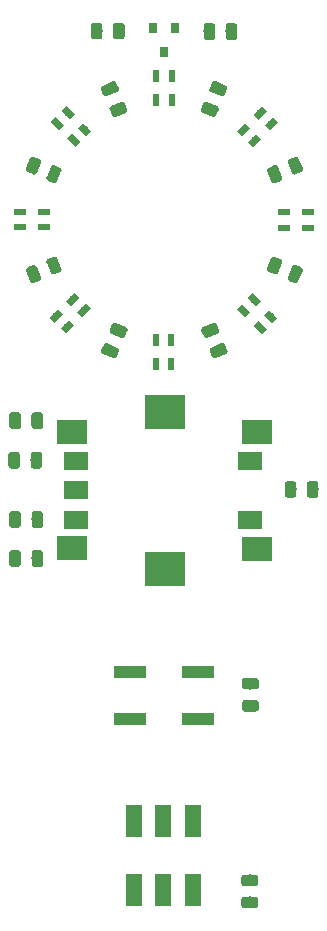
<source format=gbr>
G04 #@! TF.GenerationSoftware,KiCad,Pcbnew,(5.1.0-0)*
G04 #@! TF.CreationDate,2020-01-22T16:50:41+01:00*
G04 #@! TF.ProjectId,pino_brd_v01,70696e6f-5f62-4726-945f-7630312e6b69,rev?*
G04 #@! TF.SameCoordinates,Original*
G04 #@! TF.FileFunction,Paste,Top*
G04 #@! TF.FilePolarity,Positive*
%FSLAX46Y46*%
G04 Gerber Fmt 4.6, Leading zero omitted, Abs format (unit mm)*
G04 Created by KiCad (PCBNEW (5.1.0-0)) date 2020-01-22 16:50:41*
%MOMM*%
%LPD*%
G04 APERTURE LIST*
%ADD10C,0.600000*%
%ADD11C,0.100000*%
%ADD12R,1.000000X0.600000*%
%ADD13R,0.600000X1.000000*%
%ADD14R,1.400000X2.700000*%
%ADD15C,0.975000*%
%ADD16R,2.750000X1.000000*%
%ADD17R,2.000000X1.600000*%
%ADD18R,3.500000X3.000000*%
%ADD19R,2.500000X2.000000*%
%ADD20R,0.800000X0.900000*%
G04 APERTURE END LIST*
D10*
X23086015Y72294430D03*
D11*
G36*
X22944594Y71728745D02*
G01*
X22520330Y72153009D01*
X23227436Y72860115D01*
X23651700Y72435851D01*
X22944594Y71728745D01*
X22944594Y71728745D01*
G37*
D10*
X22166776Y73213669D03*
D11*
G36*
X22025355Y72647984D02*
G01*
X21601091Y73072248D01*
X22308197Y73779354D01*
X22732461Y73355090D01*
X22025355Y72647984D01*
X22025355Y72647984D01*
G37*
D10*
X21671802Y70880217D03*
D11*
G36*
X21530381Y70314532D02*
G01*
X21106117Y70738796D01*
X21813223Y71445902D01*
X22237487Y71021638D01*
X21530381Y70314532D01*
X21530381Y70314532D01*
G37*
D10*
X20752563Y71799456D03*
D11*
G36*
X20611142Y71233771D02*
G01*
X20186878Y71658035D01*
X20893984Y72365141D01*
X21318248Y71940877D01*
X20611142Y71233771D01*
X20611142Y71233771D01*
G37*
D12*
X26176387Y63482759D03*
X26176387Y64782759D03*
X24176387Y63482759D03*
X24176387Y64782759D03*
D10*
X22130817Y55066744D03*
D11*
G36*
X21565132Y55208165D02*
G01*
X21989396Y55632429D01*
X22696502Y54925323D01*
X22272238Y54501059D01*
X21565132Y55208165D01*
X21565132Y55208165D01*
G37*
D10*
X23050056Y55985983D03*
D11*
G36*
X22484371Y56127404D02*
G01*
X22908635Y56551668D01*
X23615741Y55844562D01*
X23191477Y55420298D01*
X22484371Y56127404D01*
X22484371Y56127404D01*
G37*
D10*
X20716604Y56480957D03*
D11*
G36*
X20150919Y56622378D02*
G01*
X20575183Y57046642D01*
X21282289Y56339536D01*
X20858025Y55915272D01*
X20150919Y56622378D01*
X20150919Y56622378D01*
G37*
D10*
X21635843Y57400196D03*
D11*
G36*
X21070158Y57541617D02*
G01*
X21494422Y57965881D01*
X22201528Y57258775D01*
X21777264Y56834511D01*
X21070158Y57541617D01*
X21070158Y57541617D01*
G37*
D13*
X13319146Y51976372D03*
X14619146Y51976372D03*
X13319146Y53976372D03*
X14619146Y53976372D03*
D10*
X4903131Y56021942D03*
D11*
G36*
X5044552Y56587627D02*
G01*
X5468816Y56163363D01*
X4761710Y55456257D01*
X4337446Y55880521D01*
X5044552Y56587627D01*
X5044552Y56587627D01*
G37*
D10*
X5822370Y55102703D03*
D11*
G36*
X5963791Y55668388D02*
G01*
X6388055Y55244124D01*
X5680949Y54537018D01*
X5256685Y54961282D01*
X5963791Y55668388D01*
X5963791Y55668388D01*
G37*
D10*
X6317344Y57436155D03*
D11*
G36*
X6458765Y58001840D02*
G01*
X6883029Y57577576D01*
X6175923Y56870470D01*
X5751659Y57294734D01*
X6458765Y58001840D01*
X6458765Y58001840D01*
G37*
D10*
X7236583Y56516916D03*
D11*
G36*
X7378004Y57082601D02*
G01*
X7802268Y56658337D01*
X7095162Y55951231D01*
X6670898Y56375495D01*
X7378004Y57082601D01*
X7378004Y57082601D01*
G37*
D12*
X1812759Y64833613D03*
X1812759Y63533613D03*
X3812759Y64833613D03*
X3812759Y63533613D03*
D14*
X11449680Y13221880D03*
X13949680Y13221880D03*
X16449680Y13221880D03*
X16449680Y7421880D03*
X13949680Y7421880D03*
X11449680Y7421880D03*
D11*
G36*
X17586159Y74155057D02*
G01*
X17609820Y74151547D01*
X17633024Y74145735D01*
X17655546Y74137677D01*
X18498586Y73788478D01*
X18520210Y73778250D01*
X18540727Y73765953D01*
X18559940Y73751703D01*
X18577664Y73735639D01*
X18593728Y73717915D01*
X18607978Y73698702D01*
X18620275Y73678185D01*
X18630503Y73656561D01*
X18638561Y73634039D01*
X18644373Y73610835D01*
X18647883Y73587174D01*
X18649057Y73563282D01*
X18647883Y73539390D01*
X18644373Y73515729D01*
X18638561Y73492525D01*
X18630503Y73470003D01*
X18443945Y73019612D01*
X18433717Y72997988D01*
X18421420Y72977471D01*
X18407170Y72958258D01*
X18391106Y72940534D01*
X18373382Y72924470D01*
X18354169Y72910220D01*
X18333652Y72897923D01*
X18312028Y72887695D01*
X18289506Y72879637D01*
X18266302Y72873825D01*
X18242641Y72870315D01*
X18218749Y72869141D01*
X18194857Y72870315D01*
X18171196Y72873825D01*
X18147992Y72879637D01*
X18125470Y72887695D01*
X17282430Y73236894D01*
X17260806Y73247122D01*
X17240289Y73259419D01*
X17221076Y73273669D01*
X17203352Y73289733D01*
X17187288Y73307457D01*
X17173038Y73326670D01*
X17160741Y73347187D01*
X17150513Y73368811D01*
X17142455Y73391333D01*
X17136643Y73414537D01*
X17133133Y73438198D01*
X17131959Y73462090D01*
X17133133Y73485982D01*
X17136643Y73509643D01*
X17142455Y73532847D01*
X17150513Y73555369D01*
X17337071Y74005760D01*
X17347299Y74027384D01*
X17359596Y74047901D01*
X17373846Y74067114D01*
X17389910Y74084838D01*
X17407634Y74100902D01*
X17426847Y74115152D01*
X17447364Y74127449D01*
X17468988Y74137677D01*
X17491510Y74145735D01*
X17514714Y74151547D01*
X17538375Y74155057D01*
X17562267Y74156231D01*
X17586159Y74155057D01*
X17586159Y74155057D01*
G37*
D15*
X17890508Y73512686D03*
D11*
G36*
X18303691Y75887331D02*
G01*
X18327352Y75883821D01*
X18350556Y75878009D01*
X18373078Y75869951D01*
X19216118Y75520752D01*
X19237742Y75510524D01*
X19258259Y75498227D01*
X19277472Y75483977D01*
X19295196Y75467913D01*
X19311260Y75450189D01*
X19325510Y75430976D01*
X19337807Y75410459D01*
X19348035Y75388835D01*
X19356093Y75366313D01*
X19361905Y75343109D01*
X19365415Y75319448D01*
X19366589Y75295556D01*
X19365415Y75271664D01*
X19361905Y75248003D01*
X19356093Y75224799D01*
X19348035Y75202277D01*
X19161477Y74751886D01*
X19151249Y74730262D01*
X19138952Y74709745D01*
X19124702Y74690532D01*
X19108638Y74672808D01*
X19090914Y74656744D01*
X19071701Y74642494D01*
X19051184Y74630197D01*
X19029560Y74619969D01*
X19007038Y74611911D01*
X18983834Y74606099D01*
X18960173Y74602589D01*
X18936281Y74601415D01*
X18912389Y74602589D01*
X18888728Y74606099D01*
X18865524Y74611911D01*
X18843002Y74619969D01*
X17999962Y74969168D01*
X17978338Y74979396D01*
X17957821Y74991693D01*
X17938608Y75005943D01*
X17920884Y75022007D01*
X17904820Y75039731D01*
X17890570Y75058944D01*
X17878273Y75079461D01*
X17868045Y75101085D01*
X17859987Y75123607D01*
X17854175Y75146811D01*
X17850665Y75170472D01*
X17849491Y75194364D01*
X17850665Y75218256D01*
X17854175Y75241917D01*
X17859987Y75265121D01*
X17868045Y75287643D01*
X18054603Y75738034D01*
X18064831Y75759658D01*
X18077128Y75780175D01*
X18091378Y75799388D01*
X18107442Y75817112D01*
X18125166Y75833176D01*
X18144379Y75847426D01*
X18164896Y75859723D01*
X18186520Y75869951D01*
X18209042Y75878009D01*
X18232246Y75883821D01*
X18255907Y75887331D01*
X18279799Y75888505D01*
X18303691Y75887331D01*
X18303691Y75887331D01*
G37*
D15*
X18608040Y75244960D03*
D11*
G36*
X23457728Y68788735D02*
G01*
X23481389Y68785225D01*
X23504593Y68779413D01*
X23527115Y68771355D01*
X23548739Y68761127D01*
X23569256Y68748830D01*
X23588469Y68734580D01*
X23606193Y68718516D01*
X23622257Y68700792D01*
X23636507Y68681579D01*
X23648804Y68661062D01*
X23659032Y68639438D01*
X24008231Y67796398D01*
X24016289Y67773876D01*
X24022101Y67750672D01*
X24025611Y67727011D01*
X24026785Y67703119D01*
X24025611Y67679227D01*
X24022101Y67655566D01*
X24016289Y67632362D01*
X24008231Y67609840D01*
X23998003Y67588216D01*
X23985706Y67567699D01*
X23971456Y67548486D01*
X23955392Y67530762D01*
X23937668Y67514698D01*
X23918455Y67500448D01*
X23897938Y67488151D01*
X23876314Y67477923D01*
X23425923Y67291365D01*
X23403401Y67283307D01*
X23380197Y67277495D01*
X23356536Y67273985D01*
X23332644Y67272811D01*
X23308752Y67273985D01*
X23285091Y67277495D01*
X23261887Y67283307D01*
X23239365Y67291365D01*
X23217741Y67301593D01*
X23197224Y67313890D01*
X23178011Y67328140D01*
X23160287Y67344204D01*
X23144223Y67361928D01*
X23129973Y67381141D01*
X23117676Y67401658D01*
X23107448Y67423282D01*
X22758249Y68266322D01*
X22750191Y68288844D01*
X22744379Y68312048D01*
X22740869Y68335709D01*
X22739695Y68359601D01*
X22740869Y68383493D01*
X22744379Y68407154D01*
X22750191Y68430358D01*
X22758249Y68452880D01*
X22768477Y68474504D01*
X22780774Y68495021D01*
X22795024Y68514234D01*
X22811088Y68531958D01*
X22828812Y68548022D01*
X22848025Y68562272D01*
X22868542Y68574569D01*
X22890166Y68584797D01*
X23340557Y68771355D01*
X23363079Y68779413D01*
X23386283Y68785225D01*
X23409944Y68788735D01*
X23433836Y68789909D01*
X23457728Y68788735D01*
X23457728Y68788735D01*
G37*
D15*
X23383240Y68031360D03*
D11*
G36*
X25190002Y69506267D02*
G01*
X25213663Y69502757D01*
X25236867Y69496945D01*
X25259389Y69488887D01*
X25281013Y69478659D01*
X25301530Y69466362D01*
X25320743Y69452112D01*
X25338467Y69436048D01*
X25354531Y69418324D01*
X25368781Y69399111D01*
X25381078Y69378594D01*
X25391306Y69356970D01*
X25740505Y68513930D01*
X25748563Y68491408D01*
X25754375Y68468204D01*
X25757885Y68444543D01*
X25759059Y68420651D01*
X25757885Y68396759D01*
X25754375Y68373098D01*
X25748563Y68349894D01*
X25740505Y68327372D01*
X25730277Y68305748D01*
X25717980Y68285231D01*
X25703730Y68266018D01*
X25687666Y68248294D01*
X25669942Y68232230D01*
X25650729Y68217980D01*
X25630212Y68205683D01*
X25608588Y68195455D01*
X25158197Y68008897D01*
X25135675Y68000839D01*
X25112471Y67995027D01*
X25088810Y67991517D01*
X25064918Y67990343D01*
X25041026Y67991517D01*
X25017365Y67995027D01*
X24994161Y68000839D01*
X24971639Y68008897D01*
X24950015Y68019125D01*
X24929498Y68031422D01*
X24910285Y68045672D01*
X24892561Y68061736D01*
X24876497Y68079460D01*
X24862247Y68098673D01*
X24849950Y68119190D01*
X24839722Y68140814D01*
X24490523Y68983854D01*
X24482465Y69006376D01*
X24476653Y69029580D01*
X24473143Y69053241D01*
X24471969Y69077133D01*
X24473143Y69101025D01*
X24476653Y69124686D01*
X24482465Y69147890D01*
X24490523Y69170412D01*
X24500751Y69192036D01*
X24513048Y69212553D01*
X24527298Y69231766D01*
X24543362Y69249490D01*
X24561086Y69265554D01*
X24580299Y69279804D01*
X24600816Y69292101D01*
X24622440Y69302329D01*
X25072831Y69488887D01*
X25095353Y69496945D01*
X25118557Y69502757D01*
X25142218Y69506267D01*
X25166110Y69507441D01*
X25190002Y69506267D01*
X25190002Y69506267D01*
G37*
D15*
X25115514Y68748892D03*
D11*
G36*
X25086273Y60327369D02*
G01*
X25109934Y60323859D01*
X25133138Y60318047D01*
X25155660Y60309989D01*
X25606051Y60123431D01*
X25627675Y60113203D01*
X25648192Y60100906D01*
X25667405Y60086656D01*
X25685129Y60070592D01*
X25701193Y60052868D01*
X25715443Y60033655D01*
X25727740Y60013138D01*
X25737968Y59991514D01*
X25746026Y59968992D01*
X25751838Y59945788D01*
X25755348Y59922127D01*
X25756522Y59898235D01*
X25755348Y59874343D01*
X25751838Y59850682D01*
X25746026Y59827478D01*
X25737968Y59804956D01*
X25388769Y58961916D01*
X25378541Y58940292D01*
X25366244Y58919775D01*
X25351994Y58900562D01*
X25335930Y58882838D01*
X25318206Y58866774D01*
X25298993Y58852524D01*
X25278476Y58840227D01*
X25256852Y58829999D01*
X25234330Y58821941D01*
X25211126Y58816129D01*
X25187465Y58812619D01*
X25163573Y58811445D01*
X25139681Y58812619D01*
X25116020Y58816129D01*
X25092816Y58821941D01*
X25070294Y58829999D01*
X24619903Y59016557D01*
X24598279Y59026785D01*
X24577762Y59039082D01*
X24558549Y59053332D01*
X24540825Y59069396D01*
X24524761Y59087120D01*
X24510511Y59106333D01*
X24498214Y59126850D01*
X24487986Y59148474D01*
X24479928Y59170996D01*
X24474116Y59194200D01*
X24470606Y59217861D01*
X24469432Y59241753D01*
X24470606Y59265645D01*
X24474116Y59289306D01*
X24479928Y59312510D01*
X24487986Y59335032D01*
X24837185Y60178072D01*
X24847413Y60199696D01*
X24859710Y60220213D01*
X24873960Y60239426D01*
X24890024Y60257150D01*
X24907748Y60273214D01*
X24926961Y60287464D01*
X24947478Y60299761D01*
X24969102Y60309989D01*
X24991624Y60318047D01*
X25014828Y60323859D01*
X25038489Y60327369D01*
X25062381Y60328543D01*
X25086273Y60327369D01*
X25086273Y60327369D01*
G37*
D15*
X25112977Y59569994D03*
D11*
G36*
X23353999Y61044901D02*
G01*
X23377660Y61041391D01*
X23400864Y61035579D01*
X23423386Y61027521D01*
X23873777Y60840963D01*
X23895401Y60830735D01*
X23915918Y60818438D01*
X23935131Y60804188D01*
X23952855Y60788124D01*
X23968919Y60770400D01*
X23983169Y60751187D01*
X23995466Y60730670D01*
X24005694Y60709046D01*
X24013752Y60686524D01*
X24019564Y60663320D01*
X24023074Y60639659D01*
X24024248Y60615767D01*
X24023074Y60591875D01*
X24019564Y60568214D01*
X24013752Y60545010D01*
X24005694Y60522488D01*
X23656495Y59679448D01*
X23646267Y59657824D01*
X23633970Y59637307D01*
X23619720Y59618094D01*
X23603656Y59600370D01*
X23585932Y59584306D01*
X23566719Y59570056D01*
X23546202Y59557759D01*
X23524578Y59547531D01*
X23502056Y59539473D01*
X23478852Y59533661D01*
X23455191Y59530151D01*
X23431299Y59528977D01*
X23407407Y59530151D01*
X23383746Y59533661D01*
X23360542Y59539473D01*
X23338020Y59547531D01*
X22887629Y59734089D01*
X22866005Y59744317D01*
X22845488Y59756614D01*
X22826275Y59770864D01*
X22808551Y59786928D01*
X22792487Y59804652D01*
X22778237Y59823865D01*
X22765940Y59844382D01*
X22755712Y59866006D01*
X22747654Y59888528D01*
X22741842Y59911732D01*
X22738332Y59935393D01*
X22737158Y59959285D01*
X22738332Y59983177D01*
X22741842Y60006838D01*
X22747654Y60030042D01*
X22755712Y60052564D01*
X23104911Y60895604D01*
X23115139Y60917228D01*
X23127436Y60937745D01*
X23141686Y60956958D01*
X23157750Y60974682D01*
X23175474Y60990746D01*
X23194687Y61004996D01*
X23215204Y61017293D01*
X23236828Y61027521D01*
X23259350Y61035579D01*
X23282554Y61041391D01*
X23306215Y61044901D01*
X23330107Y61046075D01*
X23353999Y61044901D01*
X23353999Y61044901D01*
G37*
D15*
X23380703Y60287526D03*
D11*
G36*
X18985573Y53713131D02*
G01*
X19009234Y53709621D01*
X19032438Y53703809D01*
X19054960Y53695751D01*
X19076584Y53685523D01*
X19097101Y53673226D01*
X19116314Y53658976D01*
X19134038Y53642912D01*
X19150102Y53625188D01*
X19164352Y53605975D01*
X19176649Y53585458D01*
X19186877Y53563834D01*
X19373435Y53113443D01*
X19381493Y53090921D01*
X19387305Y53067717D01*
X19390815Y53044056D01*
X19391989Y53020164D01*
X19390815Y52996272D01*
X19387305Y52972611D01*
X19381493Y52949407D01*
X19373435Y52926885D01*
X19363207Y52905261D01*
X19350910Y52884744D01*
X19336660Y52865531D01*
X19320596Y52847807D01*
X19302872Y52831743D01*
X19283659Y52817493D01*
X19263142Y52805196D01*
X19241518Y52794968D01*
X18398478Y52445769D01*
X18375956Y52437711D01*
X18352752Y52431899D01*
X18329091Y52428389D01*
X18305199Y52427215D01*
X18281307Y52428389D01*
X18257646Y52431899D01*
X18234442Y52437711D01*
X18211920Y52445769D01*
X18190296Y52455997D01*
X18169779Y52468294D01*
X18150566Y52482544D01*
X18132842Y52498608D01*
X18116778Y52516332D01*
X18102528Y52535545D01*
X18090231Y52556062D01*
X18080003Y52577686D01*
X17893445Y53028077D01*
X17885387Y53050599D01*
X17879575Y53073803D01*
X17876065Y53097464D01*
X17874891Y53121356D01*
X17876065Y53145248D01*
X17879575Y53168909D01*
X17885387Y53192113D01*
X17893445Y53214635D01*
X17903673Y53236259D01*
X17915970Y53256776D01*
X17930220Y53275989D01*
X17946284Y53293713D01*
X17964008Y53309777D01*
X17983221Y53324027D01*
X18003738Y53336324D01*
X18025362Y53346552D01*
X18868402Y53695751D01*
X18890924Y53703809D01*
X18914128Y53709621D01*
X18937789Y53713131D01*
X18961681Y53714305D01*
X18985573Y53713131D01*
X18985573Y53713131D01*
G37*
D15*
X18633440Y53070760D03*
D11*
G36*
X18268041Y55445405D02*
G01*
X18291702Y55441895D01*
X18314906Y55436083D01*
X18337428Y55428025D01*
X18359052Y55417797D01*
X18379569Y55405500D01*
X18398782Y55391250D01*
X18416506Y55375186D01*
X18432570Y55357462D01*
X18446820Y55338249D01*
X18459117Y55317732D01*
X18469345Y55296108D01*
X18655903Y54845717D01*
X18663961Y54823195D01*
X18669773Y54799991D01*
X18673283Y54776330D01*
X18674457Y54752438D01*
X18673283Y54728546D01*
X18669773Y54704885D01*
X18663961Y54681681D01*
X18655903Y54659159D01*
X18645675Y54637535D01*
X18633378Y54617018D01*
X18619128Y54597805D01*
X18603064Y54580081D01*
X18585340Y54564017D01*
X18566127Y54549767D01*
X18545610Y54537470D01*
X18523986Y54527242D01*
X17680946Y54178043D01*
X17658424Y54169985D01*
X17635220Y54164173D01*
X17611559Y54160663D01*
X17587667Y54159489D01*
X17563775Y54160663D01*
X17540114Y54164173D01*
X17516910Y54169985D01*
X17494388Y54178043D01*
X17472764Y54188271D01*
X17452247Y54200568D01*
X17433034Y54214818D01*
X17415310Y54230882D01*
X17399246Y54248606D01*
X17384996Y54267819D01*
X17372699Y54288336D01*
X17362471Y54309960D01*
X17175913Y54760351D01*
X17167855Y54782873D01*
X17162043Y54806077D01*
X17158533Y54829738D01*
X17157359Y54853630D01*
X17158533Y54877522D01*
X17162043Y54901183D01*
X17167855Y54924387D01*
X17175913Y54946909D01*
X17186141Y54968533D01*
X17198438Y54989050D01*
X17212688Y55008263D01*
X17228752Y55025987D01*
X17246476Y55042051D01*
X17265689Y55056301D01*
X17286206Y55068598D01*
X17307830Y55078826D01*
X18150870Y55428025D01*
X18173392Y55436083D01*
X18196596Y55441895D01*
X18220257Y55445405D01*
X18244149Y55446579D01*
X18268041Y55445405D01*
X18268041Y55445405D01*
G37*
D15*
X17915908Y54803034D03*
D11*
G36*
X3544722Y47856466D02*
G01*
X3568383Y47852956D01*
X3591587Y47847144D01*
X3614109Y47839086D01*
X3635733Y47828858D01*
X3656250Y47816561D01*
X3675463Y47802311D01*
X3693187Y47786247D01*
X3709251Y47768523D01*
X3723501Y47749310D01*
X3735798Y47728793D01*
X3746026Y47707169D01*
X3754084Y47684647D01*
X3759896Y47661443D01*
X3763406Y47637782D01*
X3764580Y47613890D01*
X3764580Y46701390D01*
X3763406Y46677498D01*
X3759896Y46653837D01*
X3754084Y46630633D01*
X3746026Y46608111D01*
X3735798Y46586487D01*
X3723501Y46565970D01*
X3709251Y46546757D01*
X3693187Y46529033D01*
X3675463Y46512969D01*
X3656250Y46498719D01*
X3635733Y46486422D01*
X3614109Y46476194D01*
X3591587Y46468136D01*
X3568383Y46462324D01*
X3544722Y46458814D01*
X3520830Y46457640D01*
X3033330Y46457640D01*
X3009438Y46458814D01*
X2985777Y46462324D01*
X2962573Y46468136D01*
X2940051Y46476194D01*
X2918427Y46486422D01*
X2897910Y46498719D01*
X2878697Y46512969D01*
X2860973Y46529033D01*
X2844909Y46546757D01*
X2830659Y46565970D01*
X2818362Y46586487D01*
X2808134Y46608111D01*
X2800076Y46630633D01*
X2794264Y46653837D01*
X2790754Y46677498D01*
X2789580Y46701390D01*
X2789580Y47613890D01*
X2790754Y47637782D01*
X2794264Y47661443D01*
X2800076Y47684647D01*
X2808134Y47707169D01*
X2818362Y47728793D01*
X2830659Y47749310D01*
X2844909Y47768523D01*
X2860973Y47786247D01*
X2878697Y47802311D01*
X2897910Y47816561D01*
X2918427Y47828858D01*
X2940051Y47839086D01*
X2962573Y47847144D01*
X2985777Y47852956D01*
X3009438Y47856466D01*
X3033330Y47857640D01*
X3520830Y47857640D01*
X3544722Y47856466D01*
X3544722Y47856466D01*
G37*
D15*
X3277080Y47157640D03*
D11*
G36*
X1669722Y47856466D02*
G01*
X1693383Y47852956D01*
X1716587Y47847144D01*
X1739109Y47839086D01*
X1760733Y47828858D01*
X1781250Y47816561D01*
X1800463Y47802311D01*
X1818187Y47786247D01*
X1834251Y47768523D01*
X1848501Y47749310D01*
X1860798Y47728793D01*
X1871026Y47707169D01*
X1879084Y47684647D01*
X1884896Y47661443D01*
X1888406Y47637782D01*
X1889580Y47613890D01*
X1889580Y46701390D01*
X1888406Y46677498D01*
X1884896Y46653837D01*
X1879084Y46630633D01*
X1871026Y46608111D01*
X1860798Y46586487D01*
X1848501Y46565970D01*
X1834251Y46546757D01*
X1818187Y46529033D01*
X1800463Y46512969D01*
X1781250Y46498719D01*
X1760733Y46486422D01*
X1739109Y46476194D01*
X1716587Y46468136D01*
X1693383Y46462324D01*
X1669722Y46458814D01*
X1645830Y46457640D01*
X1158330Y46457640D01*
X1134438Y46458814D01*
X1110777Y46462324D01*
X1087573Y46468136D01*
X1065051Y46476194D01*
X1043427Y46486422D01*
X1022910Y46498719D01*
X1003697Y46512969D01*
X985973Y46529033D01*
X969909Y46546757D01*
X955659Y46565970D01*
X943362Y46586487D01*
X933134Y46608111D01*
X925076Y46630633D01*
X919264Y46653837D01*
X915754Y46677498D01*
X914580Y46701390D01*
X914580Y47613890D01*
X915754Y47637782D01*
X919264Y47661443D01*
X925076Y47684647D01*
X933134Y47707169D01*
X943362Y47728793D01*
X955659Y47749310D01*
X969909Y47768523D01*
X985973Y47786247D01*
X1003697Y47802311D01*
X1022910Y47816561D01*
X1043427Y47828858D01*
X1065051Y47839086D01*
X1087573Y47847144D01*
X1110777Y47852956D01*
X1134438Y47856466D01*
X1158330Y47857640D01*
X1645830Y47857640D01*
X1669722Y47856466D01*
X1669722Y47856466D01*
G37*
D15*
X1402080Y47157640D03*
D11*
G36*
X3547022Y39484626D02*
G01*
X3570683Y39481116D01*
X3593887Y39475304D01*
X3616409Y39467246D01*
X3638033Y39457018D01*
X3658550Y39444721D01*
X3677763Y39430471D01*
X3695487Y39414407D01*
X3711551Y39396683D01*
X3725801Y39377470D01*
X3738098Y39356953D01*
X3748326Y39335329D01*
X3756384Y39312807D01*
X3762196Y39289603D01*
X3765706Y39265942D01*
X3766880Y39242050D01*
X3766880Y38329550D01*
X3765706Y38305658D01*
X3762196Y38281997D01*
X3756384Y38258793D01*
X3748326Y38236271D01*
X3738098Y38214647D01*
X3725801Y38194130D01*
X3711551Y38174917D01*
X3695487Y38157193D01*
X3677763Y38141129D01*
X3658550Y38126879D01*
X3638033Y38114582D01*
X3616409Y38104354D01*
X3593887Y38096296D01*
X3570683Y38090484D01*
X3547022Y38086974D01*
X3523130Y38085800D01*
X3035630Y38085800D01*
X3011738Y38086974D01*
X2988077Y38090484D01*
X2964873Y38096296D01*
X2942351Y38104354D01*
X2920727Y38114582D01*
X2900210Y38126879D01*
X2880997Y38141129D01*
X2863273Y38157193D01*
X2847209Y38174917D01*
X2832959Y38194130D01*
X2820662Y38214647D01*
X2810434Y38236271D01*
X2802376Y38258793D01*
X2796564Y38281997D01*
X2793054Y38305658D01*
X2791880Y38329550D01*
X2791880Y39242050D01*
X2793054Y39265942D01*
X2796564Y39289603D01*
X2802376Y39312807D01*
X2810434Y39335329D01*
X2820662Y39356953D01*
X2832959Y39377470D01*
X2847209Y39396683D01*
X2863273Y39414407D01*
X2880997Y39430471D01*
X2900210Y39444721D01*
X2920727Y39457018D01*
X2942351Y39467246D01*
X2964873Y39475304D01*
X2988077Y39481116D01*
X3011738Y39484626D01*
X3035630Y39485800D01*
X3523130Y39485800D01*
X3547022Y39484626D01*
X3547022Y39484626D01*
G37*
D15*
X3279380Y38785800D03*
D11*
G36*
X1672022Y39484626D02*
G01*
X1695683Y39481116D01*
X1718887Y39475304D01*
X1741409Y39467246D01*
X1763033Y39457018D01*
X1783550Y39444721D01*
X1802763Y39430471D01*
X1820487Y39414407D01*
X1836551Y39396683D01*
X1850801Y39377470D01*
X1863098Y39356953D01*
X1873326Y39335329D01*
X1881384Y39312807D01*
X1887196Y39289603D01*
X1890706Y39265942D01*
X1891880Y39242050D01*
X1891880Y38329550D01*
X1890706Y38305658D01*
X1887196Y38281997D01*
X1881384Y38258793D01*
X1873326Y38236271D01*
X1863098Y38214647D01*
X1850801Y38194130D01*
X1836551Y38174917D01*
X1820487Y38157193D01*
X1802763Y38141129D01*
X1783550Y38126879D01*
X1763033Y38114582D01*
X1741409Y38104354D01*
X1718887Y38096296D01*
X1695683Y38090484D01*
X1672022Y38086974D01*
X1648130Y38085800D01*
X1160630Y38085800D01*
X1136738Y38086974D01*
X1113077Y38090484D01*
X1089873Y38096296D01*
X1067351Y38104354D01*
X1045727Y38114582D01*
X1025210Y38126879D01*
X1005997Y38141129D01*
X988273Y38157193D01*
X972209Y38174917D01*
X957959Y38194130D01*
X945662Y38214647D01*
X935434Y38236271D01*
X927376Y38258793D01*
X921564Y38281997D01*
X918054Y38305658D01*
X916880Y38329550D01*
X916880Y39242050D01*
X918054Y39265942D01*
X921564Y39289603D01*
X927376Y39312807D01*
X935434Y39335329D01*
X945662Y39356953D01*
X957959Y39377470D01*
X972209Y39396683D01*
X988273Y39414407D01*
X1005997Y39430471D01*
X1025210Y39444721D01*
X1045727Y39457018D01*
X1067351Y39467246D01*
X1089873Y39475304D01*
X1113077Y39481116D01*
X1136738Y39484626D01*
X1160630Y39485800D01*
X1648130Y39485800D01*
X1672022Y39484626D01*
X1672022Y39484626D01*
G37*
D15*
X1404380Y38785800D03*
D11*
G36*
X9143887Y53717017D02*
G01*
X9167518Y53713300D01*
X9190670Y53707286D01*
X9213121Y53699031D01*
X10053082Y53342489D01*
X10074615Y53332073D01*
X10095025Y53319597D01*
X10114113Y53305181D01*
X10131696Y53288963D01*
X10147604Y53271099D01*
X10161686Y53251763D01*
X10173804Y53231139D01*
X10183842Y53209426D01*
X10191704Y53186835D01*
X10197313Y53163581D01*
X10200617Y53139890D01*
X10201582Y53115989D01*
X10200200Y53092108D01*
X10196483Y53068478D01*
X10190469Y53045326D01*
X10182214Y53022875D01*
X9991733Y52574129D01*
X9981318Y52552596D01*
X9968841Y52532186D01*
X9954425Y52513098D01*
X9938207Y52495515D01*
X9920343Y52479607D01*
X9901007Y52465525D01*
X9880383Y52453407D01*
X9858671Y52443369D01*
X9836079Y52435507D01*
X9812825Y52429898D01*
X9789134Y52426594D01*
X9765233Y52425629D01*
X9741353Y52427011D01*
X9717722Y52430728D01*
X9694570Y52436742D01*
X9672119Y52444997D01*
X8832158Y52801539D01*
X8810625Y52811955D01*
X8790215Y52824431D01*
X8771127Y52838847D01*
X8753544Y52855065D01*
X8737636Y52872929D01*
X8723554Y52892265D01*
X8711436Y52912889D01*
X8701398Y52934602D01*
X8693536Y52957193D01*
X8687927Y52980447D01*
X8684623Y53004138D01*
X8683658Y53028039D01*
X8685040Y53051920D01*
X8688757Y53075550D01*
X8694771Y53098702D01*
X8703026Y53121153D01*
X8893507Y53569899D01*
X8903922Y53591432D01*
X8916399Y53611842D01*
X8930815Y53630930D01*
X8947033Y53648513D01*
X8964897Y53664421D01*
X8984233Y53678503D01*
X9004857Y53690621D01*
X9026569Y53700659D01*
X9049161Y53708521D01*
X9072415Y53714130D01*
X9096106Y53717434D01*
X9120007Y53718399D01*
X9143887Y53717017D01*
X9143887Y53717017D01*
G37*
D15*
X9442620Y53072014D03*
D11*
G36*
X9876507Y55442963D02*
G01*
X9900138Y55439246D01*
X9923290Y55433232D01*
X9945741Y55424977D01*
X10785702Y55068435D01*
X10807235Y55058019D01*
X10827645Y55045543D01*
X10846733Y55031127D01*
X10864316Y55014909D01*
X10880224Y54997045D01*
X10894306Y54977709D01*
X10906424Y54957085D01*
X10916462Y54935372D01*
X10924324Y54912781D01*
X10929933Y54889527D01*
X10933237Y54865836D01*
X10934202Y54841935D01*
X10932820Y54818054D01*
X10929103Y54794424D01*
X10923089Y54771272D01*
X10914834Y54748821D01*
X10724353Y54300075D01*
X10713938Y54278542D01*
X10701461Y54258132D01*
X10687045Y54239044D01*
X10670827Y54221461D01*
X10652963Y54205553D01*
X10633627Y54191471D01*
X10613003Y54179353D01*
X10591291Y54169315D01*
X10568699Y54161453D01*
X10545445Y54155844D01*
X10521754Y54152540D01*
X10497853Y54151575D01*
X10473973Y54152957D01*
X10450342Y54156674D01*
X10427190Y54162688D01*
X10404739Y54170943D01*
X9564778Y54527485D01*
X9543245Y54537901D01*
X9522835Y54550377D01*
X9503747Y54564793D01*
X9486164Y54581011D01*
X9470256Y54598875D01*
X9456174Y54618211D01*
X9444056Y54638835D01*
X9434018Y54660548D01*
X9426156Y54683139D01*
X9420547Y54706393D01*
X9417243Y54730084D01*
X9416278Y54753985D01*
X9417660Y54777866D01*
X9421377Y54801496D01*
X9427391Y54824648D01*
X9435646Y54847099D01*
X9626127Y55295845D01*
X9636542Y55317378D01*
X9649019Y55337788D01*
X9663435Y55356876D01*
X9679653Y55374459D01*
X9697517Y55390367D01*
X9716853Y55404449D01*
X9737477Y55416567D01*
X9759189Y55426605D01*
X9781781Y55434467D01*
X9805035Y55440076D01*
X9828726Y55443380D01*
X9852627Y55444345D01*
X9876507Y55442963D01*
X9876507Y55442963D01*
G37*
D15*
X10175240Y54797960D03*
D11*
G36*
X3033591Y60327369D02*
G01*
X3057252Y60323859D01*
X3080456Y60318047D01*
X3102978Y60309989D01*
X3124602Y60299761D01*
X3145119Y60287464D01*
X3164332Y60273214D01*
X3182056Y60257150D01*
X3198120Y60239426D01*
X3212370Y60220213D01*
X3224667Y60199696D01*
X3234895Y60178072D01*
X3584094Y59335032D01*
X3592152Y59312510D01*
X3597964Y59289306D01*
X3601474Y59265645D01*
X3602648Y59241753D01*
X3601474Y59217861D01*
X3597964Y59194200D01*
X3592152Y59170996D01*
X3584094Y59148474D01*
X3573866Y59126850D01*
X3561569Y59106333D01*
X3547319Y59087120D01*
X3531255Y59069396D01*
X3513531Y59053332D01*
X3494318Y59039082D01*
X3473801Y59026785D01*
X3452177Y59016557D01*
X3001786Y58829999D01*
X2979264Y58821941D01*
X2956060Y58816129D01*
X2932399Y58812619D01*
X2908507Y58811445D01*
X2884615Y58812619D01*
X2860954Y58816129D01*
X2837750Y58821941D01*
X2815228Y58829999D01*
X2793604Y58840227D01*
X2773087Y58852524D01*
X2753874Y58866774D01*
X2736150Y58882838D01*
X2720086Y58900562D01*
X2705836Y58919775D01*
X2693539Y58940292D01*
X2683311Y58961916D01*
X2334112Y59804956D01*
X2326054Y59827478D01*
X2320242Y59850682D01*
X2316732Y59874343D01*
X2315558Y59898235D01*
X2316732Y59922127D01*
X2320242Y59945788D01*
X2326054Y59968992D01*
X2334112Y59991514D01*
X2344340Y60013138D01*
X2356637Y60033655D01*
X2370887Y60052868D01*
X2386951Y60070592D01*
X2404675Y60086656D01*
X2423888Y60100906D01*
X2444405Y60113203D01*
X2466029Y60123431D01*
X2916420Y60309989D01*
X2938942Y60318047D01*
X2962146Y60323859D01*
X2985807Y60327369D01*
X3009699Y60328543D01*
X3033591Y60327369D01*
X3033591Y60327369D01*
G37*
D15*
X2959103Y59569994D03*
D11*
G36*
X4765865Y61044901D02*
G01*
X4789526Y61041391D01*
X4812730Y61035579D01*
X4835252Y61027521D01*
X4856876Y61017293D01*
X4877393Y61004996D01*
X4896606Y60990746D01*
X4914330Y60974682D01*
X4930394Y60956958D01*
X4944644Y60937745D01*
X4956941Y60917228D01*
X4967169Y60895604D01*
X5316368Y60052564D01*
X5324426Y60030042D01*
X5330238Y60006838D01*
X5333748Y59983177D01*
X5334922Y59959285D01*
X5333748Y59935393D01*
X5330238Y59911732D01*
X5324426Y59888528D01*
X5316368Y59866006D01*
X5306140Y59844382D01*
X5293843Y59823865D01*
X5279593Y59804652D01*
X5263529Y59786928D01*
X5245805Y59770864D01*
X5226592Y59756614D01*
X5206075Y59744317D01*
X5184451Y59734089D01*
X4734060Y59547531D01*
X4711538Y59539473D01*
X4688334Y59533661D01*
X4664673Y59530151D01*
X4640781Y59528977D01*
X4616889Y59530151D01*
X4593228Y59533661D01*
X4570024Y59539473D01*
X4547502Y59547531D01*
X4525878Y59557759D01*
X4505361Y59570056D01*
X4486148Y59584306D01*
X4468424Y59600370D01*
X4452360Y59618094D01*
X4438110Y59637307D01*
X4425813Y59657824D01*
X4415585Y59679448D01*
X4066386Y60522488D01*
X4058328Y60545010D01*
X4052516Y60568214D01*
X4049006Y60591875D01*
X4047832Y60615767D01*
X4049006Y60639659D01*
X4052516Y60663320D01*
X4058328Y60686524D01*
X4066386Y60709046D01*
X4076614Y60730670D01*
X4088911Y60751187D01*
X4103161Y60770400D01*
X4119225Y60788124D01*
X4136949Y60804188D01*
X4156162Y60818438D01*
X4176679Y60830735D01*
X4198303Y60840963D01*
X4648694Y61027521D01*
X4671216Y61035579D01*
X4694420Y61041391D01*
X4718081Y61044901D01*
X4741973Y61046075D01*
X4765865Y61044901D01*
X4765865Y61044901D01*
G37*
D15*
X4691377Y60287526D03*
D11*
G36*
X4662136Y68788735D02*
G01*
X4685797Y68785225D01*
X4709001Y68779413D01*
X4731523Y68771355D01*
X5181914Y68584797D01*
X5203538Y68574569D01*
X5224055Y68562272D01*
X5243268Y68548022D01*
X5260992Y68531958D01*
X5277056Y68514234D01*
X5291306Y68495021D01*
X5303603Y68474504D01*
X5313831Y68452880D01*
X5321889Y68430358D01*
X5327701Y68407154D01*
X5331211Y68383493D01*
X5332385Y68359601D01*
X5331211Y68335709D01*
X5327701Y68312048D01*
X5321889Y68288844D01*
X5313831Y68266322D01*
X4964632Y67423282D01*
X4954404Y67401658D01*
X4942107Y67381141D01*
X4927857Y67361928D01*
X4911793Y67344204D01*
X4894069Y67328140D01*
X4874856Y67313890D01*
X4854339Y67301593D01*
X4832715Y67291365D01*
X4810193Y67283307D01*
X4786989Y67277495D01*
X4763328Y67273985D01*
X4739436Y67272811D01*
X4715544Y67273985D01*
X4691883Y67277495D01*
X4668679Y67283307D01*
X4646157Y67291365D01*
X4195766Y67477923D01*
X4174142Y67488151D01*
X4153625Y67500448D01*
X4134412Y67514698D01*
X4116688Y67530762D01*
X4100624Y67548486D01*
X4086374Y67567699D01*
X4074077Y67588216D01*
X4063849Y67609840D01*
X4055791Y67632362D01*
X4049979Y67655566D01*
X4046469Y67679227D01*
X4045295Y67703119D01*
X4046469Y67727011D01*
X4049979Y67750672D01*
X4055791Y67773876D01*
X4063849Y67796398D01*
X4413048Y68639438D01*
X4423276Y68661062D01*
X4435573Y68681579D01*
X4449823Y68700792D01*
X4465887Y68718516D01*
X4483611Y68734580D01*
X4502824Y68748830D01*
X4523341Y68761127D01*
X4544965Y68771355D01*
X4567487Y68779413D01*
X4590691Y68785225D01*
X4614352Y68788735D01*
X4638244Y68789909D01*
X4662136Y68788735D01*
X4662136Y68788735D01*
G37*
D15*
X4688840Y68031360D03*
D11*
G36*
X2929862Y69506267D02*
G01*
X2953523Y69502757D01*
X2976727Y69496945D01*
X2999249Y69488887D01*
X3449640Y69302329D01*
X3471264Y69292101D01*
X3491781Y69279804D01*
X3510994Y69265554D01*
X3528718Y69249490D01*
X3544782Y69231766D01*
X3559032Y69212553D01*
X3571329Y69192036D01*
X3581557Y69170412D01*
X3589615Y69147890D01*
X3595427Y69124686D01*
X3598937Y69101025D01*
X3600111Y69077133D01*
X3598937Y69053241D01*
X3595427Y69029580D01*
X3589615Y69006376D01*
X3581557Y68983854D01*
X3232358Y68140814D01*
X3222130Y68119190D01*
X3209833Y68098673D01*
X3195583Y68079460D01*
X3179519Y68061736D01*
X3161795Y68045672D01*
X3142582Y68031422D01*
X3122065Y68019125D01*
X3100441Y68008897D01*
X3077919Y68000839D01*
X3054715Y67995027D01*
X3031054Y67991517D01*
X3007162Y67990343D01*
X2983270Y67991517D01*
X2959609Y67995027D01*
X2936405Y68000839D01*
X2913883Y68008897D01*
X2463492Y68195455D01*
X2441868Y68205683D01*
X2421351Y68217980D01*
X2402138Y68232230D01*
X2384414Y68248294D01*
X2368350Y68266018D01*
X2354100Y68285231D01*
X2341803Y68305748D01*
X2331575Y68327372D01*
X2323517Y68349894D01*
X2317705Y68373098D01*
X2314195Y68396759D01*
X2313021Y68420651D01*
X2314195Y68444543D01*
X2317705Y68468204D01*
X2323517Y68491408D01*
X2331575Y68513930D01*
X2680774Y69356970D01*
X2691002Y69378594D01*
X2703299Y69399111D01*
X2717549Y69418324D01*
X2733613Y69436048D01*
X2751337Y69452112D01*
X2770550Y69466362D01*
X2791067Y69478659D01*
X2812691Y69488887D01*
X2835213Y69496945D01*
X2858417Y69502757D01*
X2882078Y69506267D01*
X2905970Y69507441D01*
X2929862Y69506267D01*
X2929862Y69506267D01*
G37*
D15*
X2956566Y68748892D03*
D11*
G36*
X10501973Y74160131D02*
G01*
X10525634Y74156621D01*
X10548838Y74150809D01*
X10571360Y74142751D01*
X10592984Y74132523D01*
X10613501Y74120226D01*
X10632714Y74105976D01*
X10650438Y74089912D01*
X10666502Y74072188D01*
X10680752Y74052975D01*
X10693049Y74032458D01*
X10703277Y74010834D01*
X10889835Y73560443D01*
X10897893Y73537921D01*
X10903705Y73514717D01*
X10907215Y73491056D01*
X10908389Y73467164D01*
X10907215Y73443272D01*
X10903705Y73419611D01*
X10897893Y73396407D01*
X10889835Y73373885D01*
X10879607Y73352261D01*
X10867310Y73331744D01*
X10853060Y73312531D01*
X10836996Y73294807D01*
X10819272Y73278743D01*
X10800059Y73264493D01*
X10779542Y73252196D01*
X10757918Y73241968D01*
X9914878Y72892769D01*
X9892356Y72884711D01*
X9869152Y72878899D01*
X9845491Y72875389D01*
X9821599Y72874215D01*
X9797707Y72875389D01*
X9774046Y72878899D01*
X9750842Y72884711D01*
X9728320Y72892769D01*
X9706696Y72902997D01*
X9686179Y72915294D01*
X9666966Y72929544D01*
X9649242Y72945608D01*
X9633178Y72963332D01*
X9618928Y72982545D01*
X9606631Y73003062D01*
X9596403Y73024686D01*
X9409845Y73475077D01*
X9401787Y73497599D01*
X9395975Y73520803D01*
X9392465Y73544464D01*
X9391291Y73568356D01*
X9392465Y73592248D01*
X9395975Y73615909D01*
X9401787Y73639113D01*
X9409845Y73661635D01*
X9420073Y73683259D01*
X9432370Y73703776D01*
X9446620Y73722989D01*
X9462684Y73740713D01*
X9480408Y73756777D01*
X9499621Y73771027D01*
X9520138Y73783324D01*
X9541762Y73793552D01*
X10384802Y74142751D01*
X10407324Y74150809D01*
X10430528Y74156621D01*
X10454189Y74160131D01*
X10478081Y74161305D01*
X10501973Y74160131D01*
X10501973Y74160131D01*
G37*
D15*
X10149840Y73517760D03*
D11*
G36*
X9784441Y75892405D02*
G01*
X9808102Y75888895D01*
X9831306Y75883083D01*
X9853828Y75875025D01*
X9875452Y75864797D01*
X9895969Y75852500D01*
X9915182Y75838250D01*
X9932906Y75822186D01*
X9948970Y75804462D01*
X9963220Y75785249D01*
X9975517Y75764732D01*
X9985745Y75743108D01*
X10172303Y75292717D01*
X10180361Y75270195D01*
X10186173Y75246991D01*
X10189683Y75223330D01*
X10190857Y75199438D01*
X10189683Y75175546D01*
X10186173Y75151885D01*
X10180361Y75128681D01*
X10172303Y75106159D01*
X10162075Y75084535D01*
X10149778Y75064018D01*
X10135528Y75044805D01*
X10119464Y75027081D01*
X10101740Y75011017D01*
X10082527Y74996767D01*
X10062010Y74984470D01*
X10040386Y74974242D01*
X9197346Y74625043D01*
X9174824Y74616985D01*
X9151620Y74611173D01*
X9127959Y74607663D01*
X9104067Y74606489D01*
X9080175Y74607663D01*
X9056514Y74611173D01*
X9033310Y74616985D01*
X9010788Y74625043D01*
X8989164Y74635271D01*
X8968647Y74647568D01*
X8949434Y74661818D01*
X8931710Y74677882D01*
X8915646Y74695606D01*
X8901396Y74714819D01*
X8889099Y74735336D01*
X8878871Y74756960D01*
X8692313Y75207351D01*
X8684255Y75229873D01*
X8678443Y75253077D01*
X8674933Y75276738D01*
X8673759Y75300630D01*
X8674933Y75324522D01*
X8678443Y75348183D01*
X8684255Y75371387D01*
X8692313Y75393909D01*
X8702541Y75415533D01*
X8714838Y75436050D01*
X8729088Y75455263D01*
X8745152Y75472987D01*
X8762876Y75489051D01*
X8782089Y75503301D01*
X8802606Y75515598D01*
X8824230Y75525826D01*
X9667270Y75875025D01*
X9689792Y75883083D01*
X9712996Y75888895D01*
X9736657Y75892405D01*
X9760549Y75893579D01*
X9784441Y75892405D01*
X9784441Y75892405D01*
G37*
D15*
X9432308Y75250034D03*
D11*
G36*
X1587962Y44498586D02*
G01*
X1611623Y44495076D01*
X1634827Y44489264D01*
X1657349Y44481206D01*
X1678973Y44470978D01*
X1699490Y44458681D01*
X1718703Y44444431D01*
X1736427Y44428367D01*
X1752491Y44410643D01*
X1766741Y44391430D01*
X1779038Y44370913D01*
X1789266Y44349289D01*
X1797324Y44326767D01*
X1803136Y44303563D01*
X1806646Y44279902D01*
X1807820Y44256010D01*
X1807820Y43343510D01*
X1806646Y43319618D01*
X1803136Y43295957D01*
X1797324Y43272753D01*
X1789266Y43250231D01*
X1779038Y43228607D01*
X1766741Y43208090D01*
X1752491Y43188877D01*
X1736427Y43171153D01*
X1718703Y43155089D01*
X1699490Y43140839D01*
X1678973Y43128542D01*
X1657349Y43118314D01*
X1634827Y43110256D01*
X1611623Y43104444D01*
X1587962Y43100934D01*
X1564070Y43099760D01*
X1076570Y43099760D01*
X1052678Y43100934D01*
X1029017Y43104444D01*
X1005813Y43110256D01*
X983291Y43118314D01*
X961667Y43128542D01*
X941150Y43140839D01*
X921937Y43155089D01*
X904213Y43171153D01*
X888149Y43188877D01*
X873899Y43208090D01*
X861602Y43228607D01*
X851374Y43250231D01*
X843316Y43272753D01*
X837504Y43295957D01*
X833994Y43319618D01*
X832820Y43343510D01*
X832820Y44256010D01*
X833994Y44279902D01*
X837504Y44303563D01*
X843316Y44326767D01*
X851374Y44349289D01*
X861602Y44370913D01*
X873899Y44391430D01*
X888149Y44410643D01*
X904213Y44428367D01*
X921937Y44444431D01*
X941150Y44458681D01*
X961667Y44470978D01*
X983291Y44481206D01*
X1005813Y44489264D01*
X1029017Y44495076D01*
X1052678Y44498586D01*
X1076570Y44499760D01*
X1564070Y44499760D01*
X1587962Y44498586D01*
X1587962Y44498586D01*
G37*
D15*
X1320320Y43799760D03*
D11*
G36*
X3462962Y44498586D02*
G01*
X3486623Y44495076D01*
X3509827Y44489264D01*
X3532349Y44481206D01*
X3553973Y44470978D01*
X3574490Y44458681D01*
X3593703Y44444431D01*
X3611427Y44428367D01*
X3627491Y44410643D01*
X3641741Y44391430D01*
X3654038Y44370913D01*
X3664266Y44349289D01*
X3672324Y44326767D01*
X3678136Y44303563D01*
X3681646Y44279902D01*
X3682820Y44256010D01*
X3682820Y43343510D01*
X3681646Y43319618D01*
X3678136Y43295957D01*
X3672324Y43272753D01*
X3664266Y43250231D01*
X3654038Y43228607D01*
X3641741Y43208090D01*
X3627491Y43188877D01*
X3611427Y43171153D01*
X3593703Y43155089D01*
X3574490Y43140839D01*
X3553973Y43128542D01*
X3532349Y43118314D01*
X3509827Y43110256D01*
X3486623Y43104444D01*
X3462962Y43100934D01*
X3439070Y43099760D01*
X2951570Y43099760D01*
X2927678Y43100934D01*
X2904017Y43104444D01*
X2880813Y43110256D01*
X2858291Y43118314D01*
X2836667Y43128542D01*
X2816150Y43140839D01*
X2796937Y43155089D01*
X2779213Y43171153D01*
X2763149Y43188877D01*
X2748899Y43208090D01*
X2736602Y43228607D01*
X2726374Y43250231D01*
X2718316Y43272753D01*
X2712504Y43295957D01*
X2708994Y43319618D01*
X2707820Y43343510D01*
X2707820Y44256010D01*
X2708994Y44279902D01*
X2712504Y44303563D01*
X2718316Y44326767D01*
X2726374Y44349289D01*
X2736602Y44370913D01*
X2748899Y44391430D01*
X2763149Y44410643D01*
X2779213Y44428367D01*
X2796937Y44444431D01*
X2816150Y44458681D01*
X2836667Y44470978D01*
X2858291Y44481206D01*
X2880813Y44489264D01*
X2904017Y44495076D01*
X2927678Y44498586D01*
X2951570Y44499760D01*
X3439070Y44499760D01*
X3462962Y44498586D01*
X3462962Y44498586D01*
G37*
D15*
X3195320Y43799760D03*
D11*
G36*
X3547022Y36182626D02*
G01*
X3570683Y36179116D01*
X3593887Y36173304D01*
X3616409Y36165246D01*
X3638033Y36155018D01*
X3658550Y36142721D01*
X3677763Y36128471D01*
X3695487Y36112407D01*
X3711551Y36094683D01*
X3725801Y36075470D01*
X3738098Y36054953D01*
X3748326Y36033329D01*
X3756384Y36010807D01*
X3762196Y35987603D01*
X3765706Y35963942D01*
X3766880Y35940050D01*
X3766880Y35027550D01*
X3765706Y35003658D01*
X3762196Y34979997D01*
X3756384Y34956793D01*
X3748326Y34934271D01*
X3738098Y34912647D01*
X3725801Y34892130D01*
X3711551Y34872917D01*
X3695487Y34855193D01*
X3677763Y34839129D01*
X3658550Y34824879D01*
X3638033Y34812582D01*
X3616409Y34802354D01*
X3593887Y34794296D01*
X3570683Y34788484D01*
X3547022Y34784974D01*
X3523130Y34783800D01*
X3035630Y34783800D01*
X3011738Y34784974D01*
X2988077Y34788484D01*
X2964873Y34794296D01*
X2942351Y34802354D01*
X2920727Y34812582D01*
X2900210Y34824879D01*
X2880997Y34839129D01*
X2863273Y34855193D01*
X2847209Y34872917D01*
X2832959Y34892130D01*
X2820662Y34912647D01*
X2810434Y34934271D01*
X2802376Y34956793D01*
X2796564Y34979997D01*
X2793054Y35003658D01*
X2791880Y35027550D01*
X2791880Y35940050D01*
X2793054Y35963942D01*
X2796564Y35987603D01*
X2802376Y36010807D01*
X2810434Y36033329D01*
X2820662Y36054953D01*
X2832959Y36075470D01*
X2847209Y36094683D01*
X2863273Y36112407D01*
X2880997Y36128471D01*
X2900210Y36142721D01*
X2920727Y36155018D01*
X2942351Y36165246D01*
X2964873Y36173304D01*
X2988077Y36179116D01*
X3011738Y36182626D01*
X3035630Y36183800D01*
X3523130Y36183800D01*
X3547022Y36182626D01*
X3547022Y36182626D01*
G37*
D15*
X3279380Y35483800D03*
D11*
G36*
X1672022Y36182626D02*
G01*
X1695683Y36179116D01*
X1718887Y36173304D01*
X1741409Y36165246D01*
X1763033Y36155018D01*
X1783550Y36142721D01*
X1802763Y36128471D01*
X1820487Y36112407D01*
X1836551Y36094683D01*
X1850801Y36075470D01*
X1863098Y36054953D01*
X1873326Y36033329D01*
X1881384Y36010807D01*
X1887196Y35987603D01*
X1890706Y35963942D01*
X1891880Y35940050D01*
X1891880Y35027550D01*
X1890706Y35003658D01*
X1887196Y34979997D01*
X1881384Y34956793D01*
X1873326Y34934271D01*
X1863098Y34912647D01*
X1850801Y34892130D01*
X1836551Y34872917D01*
X1820487Y34855193D01*
X1802763Y34839129D01*
X1783550Y34824879D01*
X1763033Y34812582D01*
X1741409Y34802354D01*
X1718887Y34794296D01*
X1695683Y34788484D01*
X1672022Y34784974D01*
X1648130Y34783800D01*
X1160630Y34783800D01*
X1136738Y34784974D01*
X1113077Y34788484D01*
X1089873Y34794296D01*
X1067351Y34802354D01*
X1045727Y34812582D01*
X1025210Y34824879D01*
X1005997Y34839129D01*
X988273Y34855193D01*
X972209Y34872917D01*
X957959Y34892130D01*
X945662Y34912647D01*
X935434Y34934271D01*
X927376Y34956793D01*
X921564Y34979997D01*
X918054Y35003658D01*
X916880Y35027550D01*
X916880Y35940050D01*
X918054Y35963942D01*
X921564Y35987603D01*
X927376Y36010807D01*
X935434Y36033329D01*
X945662Y36054953D01*
X957959Y36075470D01*
X972209Y36094683D01*
X988273Y36112407D01*
X1005997Y36128471D01*
X1025210Y36142721D01*
X1045727Y36155018D01*
X1067351Y36165246D01*
X1089873Y36173304D01*
X1113077Y36179116D01*
X1136738Y36182626D01*
X1160630Y36183800D01*
X1648130Y36183800D01*
X1672022Y36182626D01*
X1672022Y36182626D01*
G37*
D15*
X1404380Y35483800D03*
D11*
G36*
X26861922Y42029706D02*
G01*
X26885583Y42026196D01*
X26908787Y42020384D01*
X26931309Y42012326D01*
X26952933Y42002098D01*
X26973450Y41989801D01*
X26992663Y41975551D01*
X27010387Y41959487D01*
X27026451Y41941763D01*
X27040701Y41922550D01*
X27052998Y41902033D01*
X27063226Y41880409D01*
X27071284Y41857887D01*
X27077096Y41834683D01*
X27080606Y41811022D01*
X27081780Y41787130D01*
X27081780Y40874630D01*
X27080606Y40850738D01*
X27077096Y40827077D01*
X27071284Y40803873D01*
X27063226Y40781351D01*
X27052998Y40759727D01*
X27040701Y40739210D01*
X27026451Y40719997D01*
X27010387Y40702273D01*
X26992663Y40686209D01*
X26973450Y40671959D01*
X26952933Y40659662D01*
X26931309Y40649434D01*
X26908787Y40641376D01*
X26885583Y40635564D01*
X26861922Y40632054D01*
X26838030Y40630880D01*
X26350530Y40630880D01*
X26326638Y40632054D01*
X26302977Y40635564D01*
X26279773Y40641376D01*
X26257251Y40649434D01*
X26235627Y40659662D01*
X26215110Y40671959D01*
X26195897Y40686209D01*
X26178173Y40702273D01*
X26162109Y40719997D01*
X26147859Y40739210D01*
X26135562Y40759727D01*
X26125334Y40781351D01*
X26117276Y40803873D01*
X26111464Y40827077D01*
X26107954Y40850738D01*
X26106780Y40874630D01*
X26106780Y41787130D01*
X26107954Y41811022D01*
X26111464Y41834683D01*
X26117276Y41857887D01*
X26125334Y41880409D01*
X26135562Y41902033D01*
X26147859Y41922550D01*
X26162109Y41941763D01*
X26178173Y41959487D01*
X26195897Y41975551D01*
X26215110Y41989801D01*
X26235627Y42002098D01*
X26257251Y42012326D01*
X26279773Y42020384D01*
X26302977Y42026196D01*
X26326638Y42029706D01*
X26350530Y42030880D01*
X26838030Y42030880D01*
X26861922Y42029706D01*
X26861922Y42029706D01*
G37*
D15*
X26594280Y41330880D03*
D11*
G36*
X24986922Y42029706D02*
G01*
X25010583Y42026196D01*
X25033787Y42020384D01*
X25056309Y42012326D01*
X25077933Y42002098D01*
X25098450Y41989801D01*
X25117663Y41975551D01*
X25135387Y41959487D01*
X25151451Y41941763D01*
X25165701Y41922550D01*
X25177998Y41902033D01*
X25188226Y41880409D01*
X25196284Y41857887D01*
X25202096Y41834683D01*
X25205606Y41811022D01*
X25206780Y41787130D01*
X25206780Y40874630D01*
X25205606Y40850738D01*
X25202096Y40827077D01*
X25196284Y40803873D01*
X25188226Y40781351D01*
X25177998Y40759727D01*
X25165701Y40739210D01*
X25151451Y40719997D01*
X25135387Y40702273D01*
X25117663Y40686209D01*
X25098450Y40671959D01*
X25077933Y40659662D01*
X25056309Y40649434D01*
X25033787Y40641376D01*
X25010583Y40635564D01*
X24986922Y40632054D01*
X24963030Y40630880D01*
X24475530Y40630880D01*
X24451638Y40632054D01*
X24427977Y40635564D01*
X24404773Y40641376D01*
X24382251Y40649434D01*
X24360627Y40659662D01*
X24340110Y40671959D01*
X24320897Y40686209D01*
X24303173Y40702273D01*
X24287109Y40719997D01*
X24272859Y40739210D01*
X24260562Y40759727D01*
X24250334Y40781351D01*
X24242276Y40803873D01*
X24236464Y40827077D01*
X24232954Y40850738D01*
X24231780Y40874630D01*
X24231780Y41787130D01*
X24232954Y41811022D01*
X24236464Y41834683D01*
X24242276Y41857887D01*
X24250334Y41880409D01*
X24260562Y41902033D01*
X24272859Y41922550D01*
X24287109Y41941763D01*
X24303173Y41959487D01*
X24320897Y41975551D01*
X24340110Y41989801D01*
X24360627Y42002098D01*
X24382251Y42012326D01*
X24404773Y42020384D01*
X24427977Y42026196D01*
X24451638Y42029706D01*
X24475530Y42030880D01*
X24963030Y42030880D01*
X24986922Y42029706D01*
X24986922Y42029706D01*
G37*
D15*
X24719280Y41330880D03*
D11*
G36*
X21805982Y25376026D02*
G01*
X21829643Y25372516D01*
X21852847Y25366704D01*
X21875369Y25358646D01*
X21896993Y25348418D01*
X21917510Y25336121D01*
X21936723Y25321871D01*
X21954447Y25305807D01*
X21970511Y25288083D01*
X21984761Y25268870D01*
X21997058Y25248353D01*
X22007286Y25226729D01*
X22015344Y25204207D01*
X22021156Y25181003D01*
X22024666Y25157342D01*
X22025840Y25133450D01*
X22025840Y24645950D01*
X22024666Y24622058D01*
X22021156Y24598397D01*
X22015344Y24575193D01*
X22007286Y24552671D01*
X21997058Y24531047D01*
X21984761Y24510530D01*
X21970511Y24491317D01*
X21954447Y24473593D01*
X21936723Y24457529D01*
X21917510Y24443279D01*
X21896993Y24430982D01*
X21875369Y24420754D01*
X21852847Y24412696D01*
X21829643Y24406884D01*
X21805982Y24403374D01*
X21782090Y24402200D01*
X20869590Y24402200D01*
X20845698Y24403374D01*
X20822037Y24406884D01*
X20798833Y24412696D01*
X20776311Y24420754D01*
X20754687Y24430982D01*
X20734170Y24443279D01*
X20714957Y24457529D01*
X20697233Y24473593D01*
X20681169Y24491317D01*
X20666919Y24510530D01*
X20654622Y24531047D01*
X20644394Y24552671D01*
X20636336Y24575193D01*
X20630524Y24598397D01*
X20627014Y24622058D01*
X20625840Y24645950D01*
X20625840Y25133450D01*
X20627014Y25157342D01*
X20630524Y25181003D01*
X20636336Y25204207D01*
X20644394Y25226729D01*
X20654622Y25248353D01*
X20666919Y25268870D01*
X20681169Y25288083D01*
X20697233Y25305807D01*
X20714957Y25321871D01*
X20734170Y25336121D01*
X20754687Y25348418D01*
X20776311Y25358646D01*
X20798833Y25366704D01*
X20822037Y25372516D01*
X20845698Y25376026D01*
X20869590Y25377200D01*
X21782090Y25377200D01*
X21805982Y25376026D01*
X21805982Y25376026D01*
G37*
D15*
X21325840Y24889700D03*
D11*
G36*
X21805982Y23501026D02*
G01*
X21829643Y23497516D01*
X21852847Y23491704D01*
X21875369Y23483646D01*
X21896993Y23473418D01*
X21917510Y23461121D01*
X21936723Y23446871D01*
X21954447Y23430807D01*
X21970511Y23413083D01*
X21984761Y23393870D01*
X21997058Y23373353D01*
X22007286Y23351729D01*
X22015344Y23329207D01*
X22021156Y23306003D01*
X22024666Y23282342D01*
X22025840Y23258450D01*
X22025840Y22770950D01*
X22024666Y22747058D01*
X22021156Y22723397D01*
X22015344Y22700193D01*
X22007286Y22677671D01*
X21997058Y22656047D01*
X21984761Y22635530D01*
X21970511Y22616317D01*
X21954447Y22598593D01*
X21936723Y22582529D01*
X21917510Y22568279D01*
X21896993Y22555982D01*
X21875369Y22545754D01*
X21852847Y22537696D01*
X21829643Y22531884D01*
X21805982Y22528374D01*
X21782090Y22527200D01*
X20869590Y22527200D01*
X20845698Y22528374D01*
X20822037Y22531884D01*
X20798833Y22537696D01*
X20776311Y22545754D01*
X20754687Y22555982D01*
X20734170Y22568279D01*
X20714957Y22582529D01*
X20697233Y22598593D01*
X20681169Y22616317D01*
X20666919Y22635530D01*
X20654622Y22656047D01*
X20644394Y22677671D01*
X20636336Y22700193D01*
X20630524Y22723397D01*
X20627014Y22747058D01*
X20625840Y22770950D01*
X20625840Y23258450D01*
X20627014Y23282342D01*
X20630524Y23306003D01*
X20636336Y23329207D01*
X20644394Y23351729D01*
X20654622Y23373353D01*
X20666919Y23393870D01*
X20681169Y23413083D01*
X20697233Y23430807D01*
X20714957Y23446871D01*
X20734170Y23461121D01*
X20754687Y23473418D01*
X20776311Y23483646D01*
X20798833Y23491704D01*
X20822037Y23497516D01*
X20845698Y23501026D01*
X20869590Y23502200D01*
X21782090Y23502200D01*
X21805982Y23501026D01*
X21805982Y23501026D01*
G37*
D15*
X21325840Y23014700D03*
D11*
G36*
X21739942Y8721006D02*
G01*
X21763603Y8717496D01*
X21786807Y8711684D01*
X21809329Y8703626D01*
X21830953Y8693398D01*
X21851470Y8681101D01*
X21870683Y8666851D01*
X21888407Y8650787D01*
X21904471Y8633063D01*
X21918721Y8613850D01*
X21931018Y8593333D01*
X21941246Y8571709D01*
X21949304Y8549187D01*
X21955116Y8525983D01*
X21958626Y8502322D01*
X21959800Y8478430D01*
X21959800Y7990930D01*
X21958626Y7967038D01*
X21955116Y7943377D01*
X21949304Y7920173D01*
X21941246Y7897651D01*
X21931018Y7876027D01*
X21918721Y7855510D01*
X21904471Y7836297D01*
X21888407Y7818573D01*
X21870683Y7802509D01*
X21851470Y7788259D01*
X21830953Y7775962D01*
X21809329Y7765734D01*
X21786807Y7757676D01*
X21763603Y7751864D01*
X21739942Y7748354D01*
X21716050Y7747180D01*
X20803550Y7747180D01*
X20779658Y7748354D01*
X20755997Y7751864D01*
X20732793Y7757676D01*
X20710271Y7765734D01*
X20688647Y7775962D01*
X20668130Y7788259D01*
X20648917Y7802509D01*
X20631193Y7818573D01*
X20615129Y7836297D01*
X20600879Y7855510D01*
X20588582Y7876027D01*
X20578354Y7897651D01*
X20570296Y7920173D01*
X20564484Y7943377D01*
X20560974Y7967038D01*
X20559800Y7990930D01*
X20559800Y8478430D01*
X20560974Y8502322D01*
X20564484Y8525983D01*
X20570296Y8549187D01*
X20578354Y8571709D01*
X20588582Y8593333D01*
X20600879Y8613850D01*
X20615129Y8633063D01*
X20631193Y8650787D01*
X20648917Y8666851D01*
X20668130Y8681101D01*
X20688647Y8693398D01*
X20710271Y8703626D01*
X20732793Y8711684D01*
X20755997Y8717496D01*
X20779658Y8721006D01*
X20803550Y8722180D01*
X21716050Y8722180D01*
X21739942Y8721006D01*
X21739942Y8721006D01*
G37*
D15*
X21259800Y8234680D03*
D11*
G36*
X21739942Y6846006D02*
G01*
X21763603Y6842496D01*
X21786807Y6836684D01*
X21809329Y6828626D01*
X21830953Y6818398D01*
X21851470Y6806101D01*
X21870683Y6791851D01*
X21888407Y6775787D01*
X21904471Y6758063D01*
X21918721Y6738850D01*
X21931018Y6718333D01*
X21941246Y6696709D01*
X21949304Y6674187D01*
X21955116Y6650983D01*
X21958626Y6627322D01*
X21959800Y6603430D01*
X21959800Y6115930D01*
X21958626Y6092038D01*
X21955116Y6068377D01*
X21949304Y6045173D01*
X21941246Y6022651D01*
X21931018Y6001027D01*
X21918721Y5980510D01*
X21904471Y5961297D01*
X21888407Y5943573D01*
X21870683Y5927509D01*
X21851470Y5913259D01*
X21830953Y5900962D01*
X21809329Y5890734D01*
X21786807Y5882676D01*
X21763603Y5876864D01*
X21739942Y5873354D01*
X21716050Y5872180D01*
X20803550Y5872180D01*
X20779658Y5873354D01*
X20755997Y5876864D01*
X20732793Y5882676D01*
X20710271Y5890734D01*
X20688647Y5900962D01*
X20668130Y5913259D01*
X20648917Y5927509D01*
X20631193Y5943573D01*
X20615129Y5961297D01*
X20600879Y5980510D01*
X20588582Y6001027D01*
X20578354Y6022651D01*
X20570296Y6045173D01*
X20564484Y6068377D01*
X20560974Y6092038D01*
X20559800Y6115930D01*
X20559800Y6603430D01*
X20560974Y6627322D01*
X20564484Y6650983D01*
X20570296Y6674187D01*
X20578354Y6696709D01*
X20588582Y6718333D01*
X20600879Y6738850D01*
X20615129Y6758063D01*
X20631193Y6775787D01*
X20648917Y6791851D01*
X20668130Y6806101D01*
X20688647Y6818398D01*
X20710271Y6828626D01*
X20732793Y6836684D01*
X20755997Y6842496D01*
X20779658Y6846006D01*
X20803550Y6847180D01*
X21716050Y6847180D01*
X21739942Y6846006D01*
X21739942Y6846006D01*
G37*
D15*
X21259800Y6359680D03*
D16*
X11150960Y21860760D03*
X16910960Y21860760D03*
X16910960Y25860760D03*
X11150960Y25860760D03*
D17*
X21295460Y43730140D03*
X21295460Y38730140D03*
X6545460Y38755140D03*
X6545460Y41255140D03*
X6545460Y43780140D03*
D18*
X14070460Y47905140D03*
X14070460Y34605140D03*
D19*
X21920460Y36305140D03*
X21920460Y46205140D03*
X6220460Y46205140D03*
X6220460Y36330140D03*
D20*
X14975840Y80383380D03*
X13075840Y80383380D03*
X14025840Y78383380D03*
D11*
G36*
X10453042Y80830746D02*
G01*
X10476703Y80827236D01*
X10499907Y80821424D01*
X10522429Y80813366D01*
X10544053Y80803138D01*
X10564570Y80790841D01*
X10583783Y80776591D01*
X10601507Y80760527D01*
X10617571Y80742803D01*
X10631821Y80723590D01*
X10644118Y80703073D01*
X10654346Y80681449D01*
X10662404Y80658927D01*
X10668216Y80635723D01*
X10671726Y80612062D01*
X10672900Y80588170D01*
X10672900Y79675670D01*
X10671726Y79651778D01*
X10668216Y79628117D01*
X10662404Y79604913D01*
X10654346Y79582391D01*
X10644118Y79560767D01*
X10631821Y79540250D01*
X10617571Y79521037D01*
X10601507Y79503313D01*
X10583783Y79487249D01*
X10564570Y79472999D01*
X10544053Y79460702D01*
X10522429Y79450474D01*
X10499907Y79442416D01*
X10476703Y79436604D01*
X10453042Y79433094D01*
X10429150Y79431920D01*
X9941650Y79431920D01*
X9917758Y79433094D01*
X9894097Y79436604D01*
X9870893Y79442416D01*
X9848371Y79450474D01*
X9826747Y79460702D01*
X9806230Y79472999D01*
X9787017Y79487249D01*
X9769293Y79503313D01*
X9753229Y79521037D01*
X9738979Y79540250D01*
X9726682Y79560767D01*
X9716454Y79582391D01*
X9708396Y79604913D01*
X9702584Y79628117D01*
X9699074Y79651778D01*
X9697900Y79675670D01*
X9697900Y80588170D01*
X9699074Y80612062D01*
X9702584Y80635723D01*
X9708396Y80658927D01*
X9716454Y80681449D01*
X9726682Y80703073D01*
X9738979Y80723590D01*
X9753229Y80742803D01*
X9769293Y80760527D01*
X9787017Y80776591D01*
X9806230Y80790841D01*
X9826747Y80803138D01*
X9848371Y80813366D01*
X9870893Y80821424D01*
X9894097Y80827236D01*
X9917758Y80830746D01*
X9941650Y80831920D01*
X10429150Y80831920D01*
X10453042Y80830746D01*
X10453042Y80830746D01*
G37*
D15*
X10185400Y80131920D03*
D11*
G36*
X8578042Y80830746D02*
G01*
X8601703Y80827236D01*
X8624907Y80821424D01*
X8647429Y80813366D01*
X8669053Y80803138D01*
X8689570Y80790841D01*
X8708783Y80776591D01*
X8726507Y80760527D01*
X8742571Y80742803D01*
X8756821Y80723590D01*
X8769118Y80703073D01*
X8779346Y80681449D01*
X8787404Y80658927D01*
X8793216Y80635723D01*
X8796726Y80612062D01*
X8797900Y80588170D01*
X8797900Y79675670D01*
X8796726Y79651778D01*
X8793216Y79628117D01*
X8787404Y79604913D01*
X8779346Y79582391D01*
X8769118Y79560767D01*
X8756821Y79540250D01*
X8742571Y79521037D01*
X8726507Y79503313D01*
X8708783Y79487249D01*
X8689570Y79472999D01*
X8669053Y79460702D01*
X8647429Y79450474D01*
X8624907Y79442416D01*
X8601703Y79436604D01*
X8578042Y79433094D01*
X8554150Y79431920D01*
X8066650Y79431920D01*
X8042758Y79433094D01*
X8019097Y79436604D01*
X7995893Y79442416D01*
X7973371Y79450474D01*
X7951747Y79460702D01*
X7931230Y79472999D01*
X7912017Y79487249D01*
X7894293Y79503313D01*
X7878229Y79521037D01*
X7863979Y79540250D01*
X7851682Y79560767D01*
X7841454Y79582391D01*
X7833396Y79604913D01*
X7827584Y79628117D01*
X7824074Y79651778D01*
X7822900Y79675670D01*
X7822900Y80588170D01*
X7824074Y80612062D01*
X7827584Y80635723D01*
X7833396Y80658927D01*
X7841454Y80681449D01*
X7851682Y80703073D01*
X7863979Y80723590D01*
X7878229Y80742803D01*
X7894293Y80760527D01*
X7912017Y80776591D01*
X7931230Y80790841D01*
X7951747Y80803138D01*
X7973371Y80813366D01*
X7995893Y80821424D01*
X8019097Y80827236D01*
X8042758Y80830746D01*
X8066650Y80831920D01*
X8554150Y80831920D01*
X8578042Y80830746D01*
X8578042Y80830746D01*
G37*
D15*
X8310400Y80131920D03*
D11*
G36*
X19986142Y80802806D02*
G01*
X20009803Y80799296D01*
X20033007Y80793484D01*
X20055529Y80785426D01*
X20077153Y80775198D01*
X20097670Y80762901D01*
X20116883Y80748651D01*
X20134607Y80732587D01*
X20150671Y80714863D01*
X20164921Y80695650D01*
X20177218Y80675133D01*
X20187446Y80653509D01*
X20195504Y80630987D01*
X20201316Y80607783D01*
X20204826Y80584122D01*
X20206000Y80560230D01*
X20206000Y79647730D01*
X20204826Y79623838D01*
X20201316Y79600177D01*
X20195504Y79576973D01*
X20187446Y79554451D01*
X20177218Y79532827D01*
X20164921Y79512310D01*
X20150671Y79493097D01*
X20134607Y79475373D01*
X20116883Y79459309D01*
X20097670Y79445059D01*
X20077153Y79432762D01*
X20055529Y79422534D01*
X20033007Y79414476D01*
X20009803Y79408664D01*
X19986142Y79405154D01*
X19962250Y79403980D01*
X19474750Y79403980D01*
X19450858Y79405154D01*
X19427197Y79408664D01*
X19403993Y79414476D01*
X19381471Y79422534D01*
X19359847Y79432762D01*
X19339330Y79445059D01*
X19320117Y79459309D01*
X19302393Y79475373D01*
X19286329Y79493097D01*
X19272079Y79512310D01*
X19259782Y79532827D01*
X19249554Y79554451D01*
X19241496Y79576973D01*
X19235684Y79600177D01*
X19232174Y79623838D01*
X19231000Y79647730D01*
X19231000Y80560230D01*
X19232174Y80584122D01*
X19235684Y80607783D01*
X19241496Y80630987D01*
X19249554Y80653509D01*
X19259782Y80675133D01*
X19272079Y80695650D01*
X19286329Y80714863D01*
X19302393Y80732587D01*
X19320117Y80748651D01*
X19339330Y80762901D01*
X19359847Y80775198D01*
X19381471Y80785426D01*
X19403993Y80793484D01*
X19427197Y80799296D01*
X19450858Y80802806D01*
X19474750Y80803980D01*
X19962250Y80803980D01*
X19986142Y80802806D01*
X19986142Y80802806D01*
G37*
D15*
X19718500Y80103980D03*
D11*
G36*
X18111142Y80802806D02*
G01*
X18134803Y80799296D01*
X18158007Y80793484D01*
X18180529Y80785426D01*
X18202153Y80775198D01*
X18222670Y80762901D01*
X18241883Y80748651D01*
X18259607Y80732587D01*
X18275671Y80714863D01*
X18289921Y80695650D01*
X18302218Y80675133D01*
X18312446Y80653509D01*
X18320504Y80630987D01*
X18326316Y80607783D01*
X18329826Y80584122D01*
X18331000Y80560230D01*
X18331000Y79647730D01*
X18329826Y79623838D01*
X18326316Y79600177D01*
X18320504Y79576973D01*
X18312446Y79554451D01*
X18302218Y79532827D01*
X18289921Y79512310D01*
X18275671Y79493097D01*
X18259607Y79475373D01*
X18241883Y79459309D01*
X18222670Y79445059D01*
X18202153Y79432762D01*
X18180529Y79422534D01*
X18158007Y79414476D01*
X18134803Y79408664D01*
X18111142Y79405154D01*
X18087250Y79403980D01*
X17599750Y79403980D01*
X17575858Y79405154D01*
X17552197Y79408664D01*
X17528993Y79414476D01*
X17506471Y79422534D01*
X17484847Y79432762D01*
X17464330Y79445059D01*
X17445117Y79459309D01*
X17427393Y79475373D01*
X17411329Y79493097D01*
X17397079Y79512310D01*
X17384782Y79532827D01*
X17374554Y79554451D01*
X17366496Y79576973D01*
X17360684Y79600177D01*
X17357174Y79623838D01*
X17356000Y79647730D01*
X17356000Y80560230D01*
X17357174Y80584122D01*
X17360684Y80607783D01*
X17366496Y80630987D01*
X17374554Y80653509D01*
X17384782Y80675133D01*
X17397079Y80695650D01*
X17411329Y80714863D01*
X17427393Y80732587D01*
X17445117Y80748651D01*
X17464330Y80762901D01*
X17484847Y80775198D01*
X17506471Y80785426D01*
X17528993Y80793484D01*
X17552197Y80799296D01*
X17575858Y80802806D01*
X17599750Y80803980D01*
X18087250Y80803980D01*
X18111142Y80802806D01*
X18111142Y80802806D01*
G37*
D15*
X17843500Y80103980D03*
D13*
X13370000Y74340000D03*
X14670000Y74340000D03*
X13370000Y76340000D03*
X14670000Y76340000D03*
D10*
X5872513Y73236726D03*
D11*
G36*
X6438198Y73095305D02*
G01*
X6013934Y72671041D01*
X5306828Y73378147D01*
X5731092Y73802411D01*
X6438198Y73095305D01*
X6438198Y73095305D01*
G37*
D10*
X4953274Y72317487D03*
D11*
G36*
X5518959Y72176066D02*
G01*
X5094695Y71751802D01*
X4387589Y72458908D01*
X4811853Y72883172D01*
X5518959Y72176066D01*
X5518959Y72176066D01*
G37*
D10*
X7286726Y71822513D03*
D11*
G36*
X7852411Y71681092D02*
G01*
X7428147Y71256828D01*
X6721041Y71963934D01*
X7145305Y72388198D01*
X7852411Y71681092D01*
X7852411Y71681092D01*
G37*
D10*
X6367487Y70903274D03*
D11*
G36*
X6933172Y70761853D02*
G01*
X6508908Y70337589D01*
X5801802Y71044695D01*
X6226066Y71468959D01*
X6933172Y70761853D01*
X6933172Y70761853D01*
G37*
M02*

</source>
